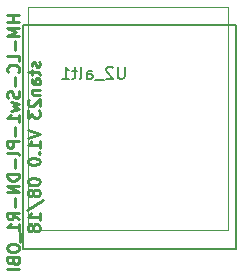
<source format=gbr>
G04 #@! TF.FileFunction,Legend,Bot*
%FSLAX46Y46*%
G04 Gerber Fmt 4.6, Leading zero omitted, Abs format (unit mm)*
G04 Created by KiCad (PCBNEW 4.0.7) date 08/12/18 13:26:52*
%MOMM*%
%LPD*%
G01*
G04 APERTURE LIST*
%ADD10C,0.100000*%
%ADD11C,0.250000*%
%ADD12C,0.150000*%
%ADD13C,0.099060*%
G04 APERTURE END LIST*
D10*
D11*
X101272381Y-88245953D02*
X100272381Y-88245953D01*
X100748571Y-88245953D02*
X100748571Y-88817382D01*
X101272381Y-88817382D02*
X100272381Y-88817382D01*
X101272381Y-89293572D02*
X100272381Y-89293572D01*
X100986667Y-89626906D01*
X100272381Y-89960239D01*
X101272381Y-89960239D01*
X100891429Y-90436429D02*
X100891429Y-91198334D01*
X101272381Y-92150715D02*
X101272381Y-91674524D01*
X100272381Y-91674524D01*
X101177143Y-93055477D02*
X101224762Y-93007858D01*
X101272381Y-92865001D01*
X101272381Y-92769763D01*
X101224762Y-92626905D01*
X101129524Y-92531667D01*
X101034286Y-92484048D01*
X100843810Y-92436429D01*
X100700952Y-92436429D01*
X100510476Y-92484048D01*
X100415238Y-92531667D01*
X100320000Y-92626905D01*
X100272381Y-92769763D01*
X100272381Y-92865001D01*
X100320000Y-93007858D01*
X100367619Y-93055477D01*
X100891429Y-93484048D02*
X100891429Y-94245953D01*
X101224762Y-94674524D02*
X101272381Y-94817381D01*
X101272381Y-95055477D01*
X101224762Y-95150715D01*
X101177143Y-95198334D01*
X101081905Y-95245953D01*
X100986667Y-95245953D01*
X100891429Y-95198334D01*
X100843810Y-95150715D01*
X100796190Y-95055477D01*
X100748571Y-94865000D01*
X100700952Y-94769762D01*
X100653333Y-94722143D01*
X100558095Y-94674524D01*
X100462857Y-94674524D01*
X100367619Y-94722143D01*
X100320000Y-94769762D01*
X100272381Y-94865000D01*
X100272381Y-95103096D01*
X100320000Y-95245953D01*
X100605714Y-95579286D02*
X101272381Y-95769762D01*
X100796190Y-95960239D01*
X101272381Y-96150715D01*
X100605714Y-96341191D01*
X101272381Y-97245953D02*
X101272381Y-96674524D01*
X101272381Y-96960238D02*
X100272381Y-96960238D01*
X100415238Y-96865000D01*
X100510476Y-96769762D01*
X100558095Y-96674524D01*
X100891429Y-97674524D02*
X100891429Y-98436429D01*
X101272381Y-98912619D02*
X100272381Y-98912619D01*
X100272381Y-99293572D01*
X100320000Y-99388810D01*
X100367619Y-99436429D01*
X100462857Y-99484048D01*
X100605714Y-99484048D01*
X100700952Y-99436429D01*
X100748571Y-99388810D01*
X100796190Y-99293572D01*
X100796190Y-98912619D01*
X101272381Y-100055476D02*
X101224762Y-99960238D01*
X101129524Y-99912619D01*
X100272381Y-99912619D01*
X100891429Y-100436429D02*
X100891429Y-101198334D01*
X101272381Y-101674524D02*
X100272381Y-101674524D01*
X100272381Y-101912619D01*
X100320000Y-102055477D01*
X100415238Y-102150715D01*
X100510476Y-102198334D01*
X100700952Y-102245953D01*
X100843810Y-102245953D01*
X101034286Y-102198334D01*
X101129524Y-102150715D01*
X101224762Y-102055477D01*
X101272381Y-101912619D01*
X101272381Y-101674524D01*
X101272381Y-102674524D02*
X100272381Y-102674524D01*
X101272381Y-103245953D01*
X100272381Y-103245953D01*
X100891429Y-103722143D02*
X100891429Y-104484048D01*
X101272381Y-105531667D02*
X100796190Y-105198333D01*
X101272381Y-104960238D02*
X100272381Y-104960238D01*
X100272381Y-105341191D01*
X100320000Y-105436429D01*
X100367619Y-105484048D01*
X100462857Y-105531667D01*
X100605714Y-105531667D01*
X100700952Y-105484048D01*
X100748571Y-105436429D01*
X100796190Y-105341191D01*
X100796190Y-104960238D01*
X101272381Y-106484048D02*
X101272381Y-105912619D01*
X101272381Y-106198333D02*
X100272381Y-106198333D01*
X100415238Y-106103095D01*
X100510476Y-106007857D01*
X100558095Y-105912619D01*
X101367619Y-106674524D02*
X101367619Y-107436429D01*
X100272381Y-107865000D02*
X100272381Y-108055477D01*
X100320000Y-108150715D01*
X100415238Y-108245953D01*
X100605714Y-108293572D01*
X100939048Y-108293572D01*
X101129524Y-108245953D01*
X101224762Y-108150715D01*
X101272381Y-108055477D01*
X101272381Y-107865000D01*
X101224762Y-107769762D01*
X101129524Y-107674524D01*
X100939048Y-107626905D01*
X100605714Y-107626905D01*
X100415238Y-107674524D01*
X100320000Y-107769762D01*
X100272381Y-107865000D01*
X100748571Y-109055477D02*
X100796190Y-109198334D01*
X100843810Y-109245953D01*
X100939048Y-109293572D01*
X101081905Y-109293572D01*
X101177143Y-109245953D01*
X101224762Y-109198334D01*
X101272381Y-109103096D01*
X101272381Y-108722143D01*
X100272381Y-108722143D01*
X100272381Y-109055477D01*
X100320000Y-109150715D01*
X100367619Y-109198334D01*
X100462857Y-109245953D01*
X100558095Y-109245953D01*
X100653333Y-109198334D01*
X100700952Y-109150715D01*
X100748571Y-109055477D01*
X100748571Y-108722143D01*
X101272381Y-109722143D02*
X100272381Y-109722143D01*
X102974762Y-92198333D02*
X103022381Y-92293571D01*
X103022381Y-92484047D01*
X102974762Y-92579286D01*
X102879524Y-92626905D01*
X102831905Y-92626905D01*
X102736667Y-92579286D01*
X102689048Y-92484047D01*
X102689048Y-92341190D01*
X102641429Y-92245952D01*
X102546190Y-92198333D01*
X102498571Y-92198333D01*
X102403333Y-92245952D01*
X102355714Y-92341190D01*
X102355714Y-92484047D01*
X102403333Y-92579286D01*
X102355714Y-92912619D02*
X102355714Y-93293571D01*
X102022381Y-93055476D02*
X102879524Y-93055476D01*
X102974762Y-93103095D01*
X103022381Y-93198333D01*
X103022381Y-93293571D01*
X103022381Y-94055477D02*
X102498571Y-94055477D01*
X102403333Y-94007858D01*
X102355714Y-93912620D01*
X102355714Y-93722143D01*
X102403333Y-93626905D01*
X102974762Y-94055477D02*
X103022381Y-93960239D01*
X103022381Y-93722143D01*
X102974762Y-93626905D01*
X102879524Y-93579286D01*
X102784286Y-93579286D01*
X102689048Y-93626905D01*
X102641429Y-93722143D01*
X102641429Y-93960239D01*
X102593810Y-94055477D01*
X102355714Y-94531667D02*
X103022381Y-94531667D01*
X102450952Y-94531667D02*
X102403333Y-94579286D01*
X102355714Y-94674524D01*
X102355714Y-94817382D01*
X102403333Y-94912620D01*
X102498571Y-94960239D01*
X103022381Y-94960239D01*
X102117619Y-95388810D02*
X102070000Y-95436429D01*
X102022381Y-95531667D01*
X102022381Y-95769763D01*
X102070000Y-95865001D01*
X102117619Y-95912620D01*
X102212857Y-95960239D01*
X102308095Y-95960239D01*
X102450952Y-95912620D01*
X103022381Y-95341191D01*
X103022381Y-95960239D01*
X102022381Y-96293572D02*
X102022381Y-96912620D01*
X102403333Y-96579286D01*
X102403333Y-96722144D01*
X102450952Y-96817382D01*
X102498571Y-96865001D01*
X102593810Y-96912620D01*
X102831905Y-96912620D01*
X102927143Y-96865001D01*
X102974762Y-96817382D01*
X103022381Y-96722144D01*
X103022381Y-96436429D01*
X102974762Y-96341191D01*
X102927143Y-96293572D01*
X102022381Y-97960239D02*
X103022381Y-98293572D01*
X102022381Y-98626906D01*
X103022381Y-99484049D02*
X103022381Y-98912620D01*
X103022381Y-99198334D02*
X102022381Y-99198334D01*
X102165238Y-99103096D01*
X102260476Y-99007858D01*
X102308095Y-98912620D01*
X102927143Y-99912620D02*
X102974762Y-99960239D01*
X103022381Y-99912620D01*
X102974762Y-99865001D01*
X102927143Y-99912620D01*
X103022381Y-99912620D01*
X102022381Y-100579286D02*
X102022381Y-100674525D01*
X102070000Y-100769763D01*
X102117619Y-100817382D01*
X102212857Y-100865001D01*
X102403333Y-100912620D01*
X102641429Y-100912620D01*
X102831905Y-100865001D01*
X102927143Y-100817382D01*
X102974762Y-100769763D01*
X103022381Y-100674525D01*
X103022381Y-100579286D01*
X102974762Y-100484048D01*
X102927143Y-100436429D01*
X102831905Y-100388810D01*
X102641429Y-100341191D01*
X102403333Y-100341191D01*
X102212857Y-100388810D01*
X102117619Y-100436429D01*
X102070000Y-100484048D01*
X102022381Y-100579286D01*
X102022381Y-102293572D02*
X102022381Y-102388811D01*
X102070000Y-102484049D01*
X102117619Y-102531668D01*
X102212857Y-102579287D01*
X102403333Y-102626906D01*
X102641429Y-102626906D01*
X102831905Y-102579287D01*
X102927143Y-102531668D01*
X102974762Y-102484049D01*
X103022381Y-102388811D01*
X103022381Y-102293572D01*
X102974762Y-102198334D01*
X102927143Y-102150715D01*
X102831905Y-102103096D01*
X102641429Y-102055477D01*
X102403333Y-102055477D01*
X102212857Y-102103096D01*
X102117619Y-102150715D01*
X102070000Y-102198334D01*
X102022381Y-102293572D01*
X102450952Y-103198334D02*
X102403333Y-103103096D01*
X102355714Y-103055477D01*
X102260476Y-103007858D01*
X102212857Y-103007858D01*
X102117619Y-103055477D01*
X102070000Y-103103096D01*
X102022381Y-103198334D01*
X102022381Y-103388811D01*
X102070000Y-103484049D01*
X102117619Y-103531668D01*
X102212857Y-103579287D01*
X102260476Y-103579287D01*
X102355714Y-103531668D01*
X102403333Y-103484049D01*
X102450952Y-103388811D01*
X102450952Y-103198334D01*
X102498571Y-103103096D01*
X102546190Y-103055477D01*
X102641429Y-103007858D01*
X102831905Y-103007858D01*
X102927143Y-103055477D01*
X102974762Y-103103096D01*
X103022381Y-103198334D01*
X103022381Y-103388811D01*
X102974762Y-103484049D01*
X102927143Y-103531668D01*
X102831905Y-103579287D01*
X102641429Y-103579287D01*
X102546190Y-103531668D01*
X102498571Y-103484049D01*
X102450952Y-103388811D01*
X101974762Y-104722144D02*
X103260476Y-103865001D01*
X103022381Y-105579287D02*
X103022381Y-105007858D01*
X103022381Y-105293572D02*
X102022381Y-105293572D01*
X102165238Y-105198334D01*
X102260476Y-105103096D01*
X102308095Y-105007858D01*
X102450952Y-106150715D02*
X102403333Y-106055477D01*
X102355714Y-106007858D01*
X102260476Y-105960239D01*
X102212857Y-105960239D01*
X102117619Y-106007858D01*
X102070000Y-106055477D01*
X102022381Y-106150715D01*
X102022381Y-106341192D01*
X102070000Y-106436430D01*
X102117619Y-106484049D01*
X102212857Y-106531668D01*
X102260476Y-106531668D01*
X102355714Y-106484049D01*
X102403333Y-106436430D01*
X102450952Y-106341192D01*
X102450952Y-106150715D01*
X102498571Y-106055477D01*
X102546190Y-106007858D01*
X102641429Y-105960239D01*
X102831905Y-105960239D01*
X102927143Y-106007858D01*
X102974762Y-106055477D01*
X103022381Y-106150715D01*
X103022381Y-106341192D01*
X102974762Y-106436430D01*
X102927143Y-106484049D01*
X102831905Y-106531668D01*
X102641429Y-106531668D01*
X102546190Y-106484049D01*
X102498571Y-106436430D01*
X102450952Y-106341192D01*
D12*
X101617000Y-90043000D02*
X101617000Y-108043000D01*
X101617000Y-108043000D02*
X119617000Y-108043000D01*
X119617000Y-108043000D02*
X119617000Y-89043000D01*
X119617000Y-89043000D02*
X101617000Y-89043000D01*
X101617000Y-89043000D02*
X101617000Y-90043000D01*
D13*
X101995000Y-87565000D02*
X118995000Y-87565000D01*
X118995000Y-87565000D02*
X118995000Y-106465000D01*
X118995000Y-106465000D02*
X101995000Y-106465000D01*
X101995000Y-87565000D02*
X101995000Y-106465000D01*
D12*
X110214048Y-92617381D02*
X110214048Y-93426905D01*
X110166429Y-93522143D01*
X110118810Y-93569762D01*
X110023572Y-93617381D01*
X109833095Y-93617381D01*
X109737857Y-93569762D01*
X109690238Y-93522143D01*
X109642619Y-93426905D01*
X109642619Y-92617381D01*
X109214048Y-92712619D02*
X109166429Y-92665000D01*
X109071191Y-92617381D01*
X108833095Y-92617381D01*
X108737857Y-92665000D01*
X108690238Y-92712619D01*
X108642619Y-92807857D01*
X108642619Y-92903095D01*
X108690238Y-93045952D01*
X109261667Y-93617381D01*
X108642619Y-93617381D01*
X108452143Y-93712619D02*
X107690238Y-93712619D01*
X107023571Y-93617381D02*
X107023571Y-93093571D01*
X107071190Y-92998333D01*
X107166428Y-92950714D01*
X107356905Y-92950714D01*
X107452143Y-92998333D01*
X107023571Y-93569762D02*
X107118809Y-93617381D01*
X107356905Y-93617381D01*
X107452143Y-93569762D01*
X107499762Y-93474524D01*
X107499762Y-93379286D01*
X107452143Y-93284048D01*
X107356905Y-93236429D01*
X107118809Y-93236429D01*
X107023571Y-93188810D01*
X106404524Y-93617381D02*
X106499762Y-93569762D01*
X106547381Y-93474524D01*
X106547381Y-92617381D01*
X106166428Y-92950714D02*
X105785476Y-92950714D01*
X106023571Y-92617381D02*
X106023571Y-93474524D01*
X105975952Y-93569762D01*
X105880714Y-93617381D01*
X105785476Y-93617381D01*
X104928332Y-93617381D02*
X105499761Y-93617381D01*
X105214047Y-93617381D02*
X105214047Y-92617381D01*
X105309285Y-92760238D01*
X105404523Y-92855476D01*
X105499761Y-92903095D01*
M02*

</source>
